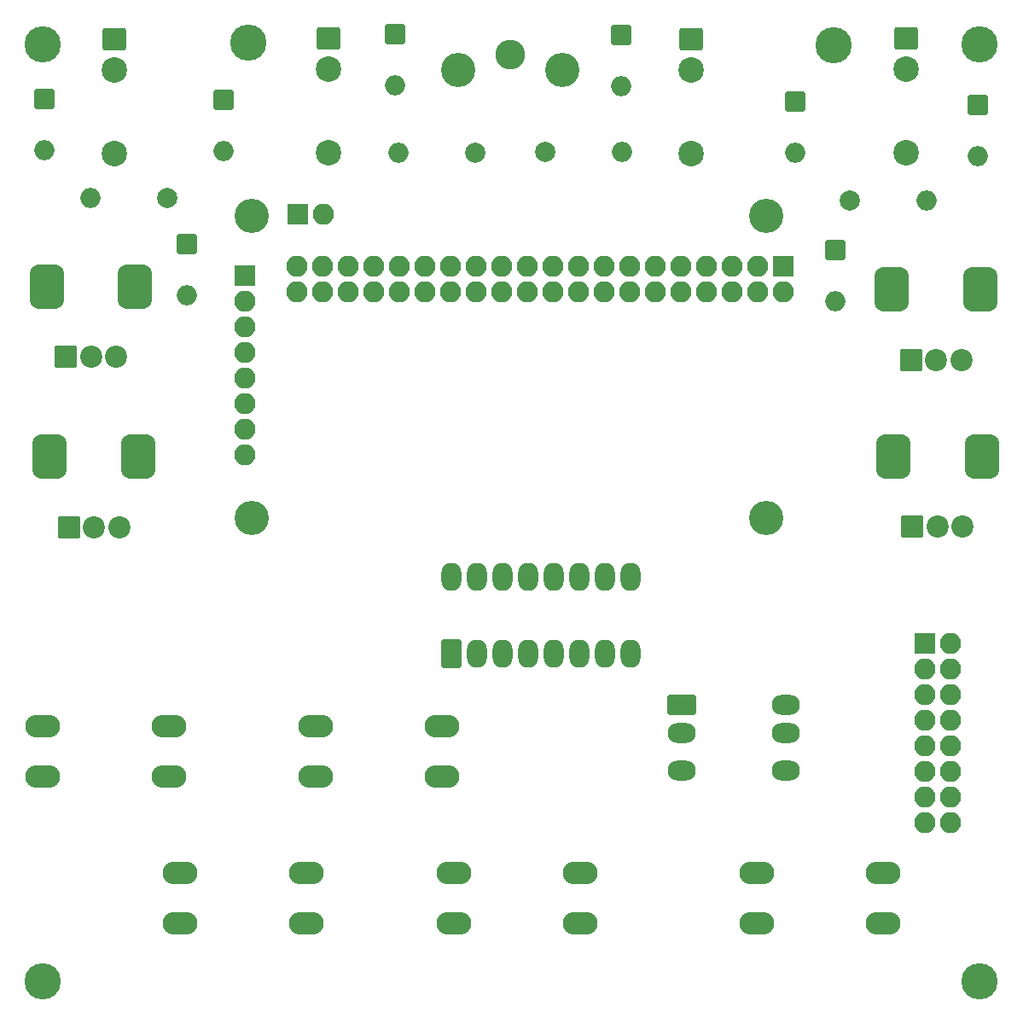
<source format=gbs>
G04 #@! TF.GenerationSoftware,KiCad,Pcbnew,6.0.7*
G04 #@! TF.CreationDate,2023-08-31T11:58:30+12:00*
G04 #@! TF.ProjectId,recurBOY,72656375-7242-44f5-992e-6b696361645f,v0_7_2*
G04 #@! TF.SameCoordinates,Original*
G04 #@! TF.FileFunction,Soldermask,Bot*
G04 #@! TF.FilePolarity,Negative*
%FSLAX46Y46*%
G04 Gerber Fmt 4.6, Leading zero omitted, Abs format (unit mm)*
G04 Created by KiCad (PCBNEW 6.0.7) date 2023-08-31 11:58:30*
%MOMM*%
%LPD*%
G01*
G04 APERTURE LIST*
G04 Aperture macros list*
%AMRoundRect*
0 Rectangle with rounded corners*
0 $1 Rounding radius*
0 $2 $3 $4 $5 $6 $7 $8 $9 X,Y pos of 4 corners*
0 Add a 4 corners polygon primitive as box body*
4,1,4,$2,$3,$4,$5,$6,$7,$8,$9,$2,$3,0*
0 Add four circle primitives for the rounded corners*
1,1,$1+$1,$2,$3*
1,1,$1+$1,$4,$5*
1,1,$1+$1,$6,$7*
1,1,$1+$1,$8,$9*
0 Add four rect primitives between the rounded corners*
20,1,$1+$1,$2,$3,$4,$5,0*
20,1,$1+$1,$4,$5,$6,$7,0*
20,1,$1+$1,$6,$7,$8,$9,0*
20,1,$1+$1,$8,$9,$2,$3,0*%
G04 Aperture macros list end*
%ADD10C,3.600000*%
%ADD11RoundRect,0.200000X-0.800000X0.800000X-0.800000X-0.800000X0.800000X-0.800000X0.800000X0.800000X0*%
%ADD12O,2.000000X2.000000*%
%ADD13RoundRect,0.200000X0.965000X0.915000X-0.965000X0.915000X-0.965000X-0.915000X0.965000X-0.915000X0*%
%ADD14C,2.530000*%
%ADD15C,3.400000*%
%ADD16RoundRect,0.200000X-0.850000X-0.850000X0.850000X-0.850000X0.850000X0.850000X-0.850000X0.850000X0*%
%ADD17O,2.100000X2.100000*%
%ADD18RoundRect,0.200000X0.850000X-0.850000X0.850000X0.850000X-0.850000X0.850000X-0.850000X-0.850000X0*%
%ADD19RoundRect,0.200000X-0.850000X0.850000X-0.850000X-0.850000X0.850000X-0.850000X0.850000X0.850000X0*%
%ADD20RoundRect,0.200000X-1.200000X-0.800000X1.200000X-0.800000X1.200000X0.800000X-1.200000X0.800000X0*%
%ADD21O,2.800000X2.000000*%
%ADD22C,2.000000*%
%ADD23RoundRect,0.950000X0.750000X-1.250000X0.750000X1.250000X-0.750000X1.250000X-0.750000X-1.250000X0*%
%ADD24RoundRect,0.200000X0.900000X-0.900000X0.900000X0.900000X-0.900000X0.900000X-0.900000X-0.900000X0*%
%ADD25C,2.200000*%
%ADD26RoundRect,0.200000X0.800000X-1.200000X0.800000X1.200000X-0.800000X1.200000X-0.800000X-1.200000X0*%
%ADD27O,2.000000X2.800000*%
%ADD28C,2.950000*%
%ADD29O,3.448000X2.250000*%
G04 APERTURE END LIST*
D10*
X108500000Y-38500000D03*
X201500000Y-38500000D03*
X201500000Y-131500000D03*
X108500000Y-131500000D03*
X128950000Y-38350000D03*
X187000000Y-38650000D03*
D11*
X108700000Y-43900000D03*
D12*
X108700000Y-48980000D03*
D11*
X122800000Y-58350000D03*
D12*
X122800000Y-63430000D03*
D11*
X143500000Y-37500000D03*
D12*
X143500000Y-42580000D03*
D11*
X126500000Y-44050000D03*
D12*
X126500000Y-49130000D03*
D11*
X165900000Y-37600000D03*
D12*
X165900000Y-42680000D03*
D11*
X183150000Y-44200000D03*
D12*
X183150000Y-49280000D03*
D11*
X201300000Y-44500000D03*
D12*
X201300000Y-49580000D03*
D11*
X187200000Y-58950000D03*
D12*
X187200000Y-64030000D03*
D13*
X115600000Y-38000000D03*
D14*
X115600000Y-49400000D03*
X115600000Y-41100000D03*
D13*
X136900000Y-37900000D03*
D14*
X136900000Y-49300000D03*
X136900000Y-41000000D03*
D13*
X172900000Y-38000000D03*
D14*
X172900000Y-49400000D03*
X172900000Y-41100000D03*
D13*
X194200000Y-37900000D03*
D14*
X194200000Y-49300000D03*
X194200000Y-41000000D03*
D15*
X180300000Y-55500000D03*
X129300000Y-55500000D03*
X180300000Y-85500000D03*
X129300000Y-85500000D03*
D16*
X128600000Y-61500000D03*
D17*
X128600000Y-64040000D03*
X128600000Y-66580000D03*
X128600000Y-69120000D03*
X128600000Y-71660000D03*
X128600000Y-74200000D03*
X128600000Y-76740000D03*
X128600000Y-79280000D03*
D18*
X133800000Y-55400000D03*
D17*
X136340000Y-55400000D03*
D19*
X182000000Y-60500000D03*
D17*
X182000000Y-63040000D03*
X179460000Y-60500000D03*
X179460000Y-63040000D03*
X176920000Y-60500000D03*
X176920000Y-63040000D03*
X174380000Y-60500000D03*
X174380000Y-63040000D03*
X171840000Y-60500000D03*
X171840000Y-63040000D03*
X169300000Y-60500000D03*
X169300000Y-63040000D03*
X166760000Y-60500000D03*
X166760000Y-63040000D03*
X164220000Y-60500000D03*
X164220000Y-63040000D03*
X161680000Y-60500000D03*
X161680000Y-63040000D03*
X159140000Y-60500000D03*
X159140000Y-63040000D03*
X156600000Y-60500000D03*
X156600000Y-63040000D03*
X154060000Y-60500000D03*
X154060000Y-63040000D03*
X151520000Y-60500000D03*
X151520000Y-63040000D03*
X148980000Y-60500000D03*
X148980000Y-63040000D03*
X146440000Y-60500000D03*
X146440000Y-63040000D03*
X143900000Y-60500000D03*
X143900000Y-63040000D03*
X141360000Y-60500000D03*
X141360000Y-63040000D03*
X138820000Y-60500000D03*
X138820000Y-63040000D03*
X136280000Y-60500000D03*
X136280000Y-63040000D03*
X133740000Y-60500000D03*
X133740000Y-63040000D03*
D20*
X171900000Y-104050000D03*
D21*
X171900000Y-106850000D03*
X171900000Y-110550000D03*
X182270000Y-104050000D03*
X182300000Y-106850000D03*
X182300000Y-110550000D03*
D16*
X196100000Y-97950000D03*
D17*
X198640000Y-97950000D03*
X196100000Y-100490000D03*
X198640000Y-100490000D03*
X196100000Y-103030000D03*
X198640000Y-103030000D03*
X196100000Y-105570000D03*
X198640000Y-105570000D03*
X196100000Y-108110000D03*
X198640000Y-108110000D03*
X196100000Y-110650000D03*
X198640000Y-110650000D03*
X196100000Y-113190000D03*
X198640000Y-113190000D03*
X196100000Y-115730000D03*
X198640000Y-115730000D03*
D22*
X120900000Y-53800000D03*
D12*
X113280000Y-53800000D03*
D22*
X151450000Y-49300000D03*
D12*
X143830000Y-49300000D03*
D22*
X158350000Y-49200000D03*
D12*
X165970000Y-49200000D03*
D22*
X188600000Y-54000000D03*
D12*
X196220000Y-54000000D03*
D23*
X108900000Y-62550000D03*
X117700000Y-62550000D03*
D24*
X110800000Y-69550000D03*
D25*
X113300000Y-69550000D03*
X115800000Y-69550000D03*
D23*
X118000000Y-79450000D03*
X109200000Y-79450000D03*
D24*
X111100000Y-86450000D03*
D25*
X113600000Y-86450000D03*
X116100000Y-86450000D03*
D23*
X201600000Y-62850000D03*
X192800000Y-62850000D03*
D24*
X194700000Y-69850000D03*
D25*
X197200000Y-69850000D03*
X199700000Y-69850000D03*
D23*
X201700000Y-79400000D03*
X192900000Y-79400000D03*
D24*
X194800000Y-86400000D03*
D25*
X197300000Y-86400000D03*
X199800000Y-86400000D03*
D26*
X149081250Y-99000000D03*
D27*
X151621250Y-99000000D03*
X154161250Y-99000000D03*
X156701250Y-99000000D03*
X159241250Y-99000000D03*
X161781250Y-99000000D03*
X164321250Y-99000000D03*
X166861250Y-99000000D03*
X166861250Y-91380000D03*
X164321250Y-91380000D03*
X161781250Y-91380000D03*
X159241250Y-91380000D03*
X156701250Y-91380000D03*
X154161250Y-91380000D03*
X151621250Y-91380000D03*
X149081250Y-91380000D03*
D28*
X154900000Y-39500000D03*
D15*
X149750000Y-41100000D03*
X160050000Y-41100000D03*
D29*
X191900000Y-125700000D03*
X179400000Y-125700000D03*
X191900000Y-120700000D03*
X179400000Y-120700000D03*
X121040000Y-111200000D03*
X108540000Y-111200000D03*
X121040000Y-106200000D03*
X108540000Y-106200000D03*
X122140000Y-125700000D03*
X134640000Y-125700000D03*
X122140000Y-120700000D03*
X134640000Y-120700000D03*
X135640000Y-111200000D03*
X148140000Y-111200000D03*
X135640000Y-106200000D03*
X148140000Y-106200000D03*
X161840000Y-125700000D03*
X149340000Y-125700000D03*
X161840000Y-120700000D03*
X149340000Y-120700000D03*
M02*

</source>
